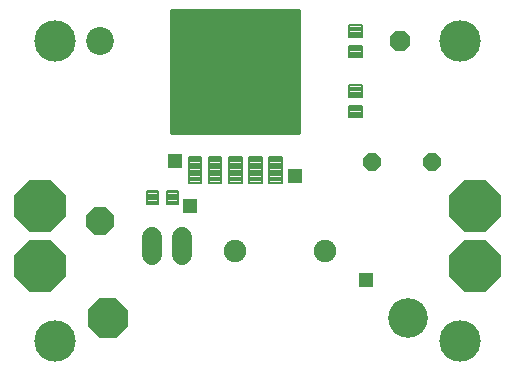
<source format=gts>
G75*
G70*
%OFA0B0*%
%FSLAX24Y24*%
%IPPOS*%
%LPD*%
%AMOC8*
5,1,8,0,0,1.08239X$1,22.5*
%
%ADD10C,0.0084*%
%ADD11C,0.0080*%
%ADD12C,0.0081*%
%ADD13C,0.0749*%
%ADD14C,0.0930*%
%ADD15OC8,0.0930*%
%ADD16OC8,0.0600*%
%ADD17C,0.1320*%
%ADD18OC8,0.1320*%
%ADD19C,0.0680*%
%ADD20OC8,0.1720*%
%ADD21OC8,0.0680*%
%ADD22C,0.1380*%
%ADD23R,0.0476X0.0476*%
D10*
X005678Y009128D02*
X009926Y009128D01*
X005678Y009128D02*
X005678Y013222D01*
X009926Y013222D01*
X009926Y009128D01*
X009926Y009211D02*
X005678Y009211D01*
X005678Y009294D02*
X009926Y009294D01*
X009926Y009377D02*
X005678Y009377D01*
X005678Y009460D02*
X009926Y009460D01*
X009926Y009543D02*
X005678Y009543D01*
X005678Y009626D02*
X009926Y009626D01*
X009926Y009709D02*
X005678Y009709D01*
X005678Y009792D02*
X009926Y009792D01*
X009926Y009875D02*
X005678Y009875D01*
X005678Y009958D02*
X009926Y009958D01*
X009926Y010041D02*
X005678Y010041D01*
X005678Y010124D02*
X009926Y010124D01*
X009926Y010207D02*
X005678Y010207D01*
X005678Y010290D02*
X009926Y010290D01*
X009926Y010373D02*
X005678Y010373D01*
X005678Y010456D02*
X009926Y010456D01*
X009926Y010539D02*
X005678Y010539D01*
X005678Y010622D02*
X009926Y010622D01*
X009926Y010705D02*
X005678Y010705D01*
X005678Y010788D02*
X009926Y010788D01*
X009926Y010871D02*
X005678Y010871D01*
X005678Y010954D02*
X009926Y010954D01*
X009926Y011037D02*
X005678Y011037D01*
X005678Y011120D02*
X009926Y011120D01*
X009926Y011203D02*
X005678Y011203D01*
X005678Y011286D02*
X009926Y011286D01*
X009926Y011369D02*
X005678Y011369D01*
X005678Y011452D02*
X009926Y011452D01*
X009926Y011535D02*
X005678Y011535D01*
X005678Y011618D02*
X009926Y011618D01*
X009926Y011701D02*
X005678Y011701D01*
X005678Y011784D02*
X009926Y011784D01*
X009926Y011867D02*
X005678Y011867D01*
X005678Y011950D02*
X009926Y011950D01*
X009926Y012033D02*
X005678Y012033D01*
X005678Y012116D02*
X009926Y012116D01*
X009926Y012199D02*
X005678Y012199D01*
X005678Y012282D02*
X009926Y012282D01*
X009926Y012365D02*
X005678Y012365D01*
X005678Y012448D02*
X009926Y012448D01*
X009926Y012531D02*
X005678Y012531D01*
X005678Y012614D02*
X009926Y012614D01*
X009926Y012697D02*
X005678Y012697D01*
X005678Y012780D02*
X009926Y012780D01*
X009926Y012863D02*
X005678Y012863D01*
X005678Y012946D02*
X009926Y012946D01*
X009926Y013029D02*
X005678Y013029D01*
X005678Y013112D02*
X009926Y013112D01*
X009926Y013195D02*
X005678Y013195D01*
D11*
X006252Y007470D02*
X006672Y007470D01*
X006252Y007470D02*
X006252Y008320D01*
X006672Y008320D01*
X006672Y007470D01*
X006672Y007549D02*
X006252Y007549D01*
X006252Y007628D02*
X006672Y007628D01*
X006672Y007707D02*
X006252Y007707D01*
X006252Y007786D02*
X006672Y007786D01*
X006672Y007865D02*
X006252Y007865D01*
X006252Y007944D02*
X006672Y007944D01*
X006672Y008023D02*
X006252Y008023D01*
X006252Y008102D02*
X006672Y008102D01*
X006672Y008181D02*
X006252Y008181D01*
X006252Y008260D02*
X006672Y008260D01*
X006922Y007470D02*
X007342Y007470D01*
X006922Y007470D02*
X006922Y008320D01*
X007342Y008320D01*
X007342Y007470D01*
X007342Y007549D02*
X006922Y007549D01*
X006922Y007628D02*
X007342Y007628D01*
X007342Y007707D02*
X006922Y007707D01*
X006922Y007786D02*
X007342Y007786D01*
X007342Y007865D02*
X006922Y007865D01*
X006922Y007944D02*
X007342Y007944D01*
X007342Y008023D02*
X006922Y008023D01*
X006922Y008102D02*
X007342Y008102D01*
X007342Y008181D02*
X006922Y008181D01*
X006922Y008260D02*
X007342Y008260D01*
X007592Y007470D02*
X008012Y007470D01*
X007592Y007470D02*
X007592Y008320D01*
X008012Y008320D01*
X008012Y007470D01*
X008012Y007549D02*
X007592Y007549D01*
X007592Y007628D02*
X008012Y007628D01*
X008012Y007707D02*
X007592Y007707D01*
X007592Y007786D02*
X008012Y007786D01*
X008012Y007865D02*
X007592Y007865D01*
X007592Y007944D02*
X008012Y007944D01*
X008012Y008023D02*
X007592Y008023D01*
X007592Y008102D02*
X008012Y008102D01*
X008012Y008181D02*
X007592Y008181D01*
X007592Y008260D02*
X008012Y008260D01*
X008262Y007470D02*
X008682Y007470D01*
X008262Y007470D02*
X008262Y008320D01*
X008682Y008320D01*
X008682Y007470D01*
X008682Y007549D02*
X008262Y007549D01*
X008262Y007628D02*
X008682Y007628D01*
X008682Y007707D02*
X008262Y007707D01*
X008262Y007786D02*
X008682Y007786D01*
X008682Y007865D02*
X008262Y007865D01*
X008262Y007944D02*
X008682Y007944D01*
X008682Y008023D02*
X008262Y008023D01*
X008262Y008102D02*
X008682Y008102D01*
X008682Y008181D02*
X008262Y008181D01*
X008262Y008260D02*
X008682Y008260D01*
X008932Y007470D02*
X009352Y007470D01*
X008932Y007470D02*
X008932Y008320D01*
X009352Y008320D01*
X009352Y007470D01*
X009352Y007549D02*
X008932Y007549D01*
X008932Y007628D02*
X009352Y007628D01*
X009352Y007707D02*
X008932Y007707D01*
X008932Y007786D02*
X009352Y007786D01*
X009352Y007865D02*
X008932Y007865D01*
X008932Y007944D02*
X009352Y007944D01*
X009352Y008023D02*
X008932Y008023D01*
X008932Y008102D02*
X009352Y008102D01*
X009352Y008181D02*
X008932Y008181D01*
X008932Y008260D02*
X009352Y008260D01*
D12*
X012018Y009644D02*
X012018Y010038D01*
X012018Y009644D02*
X011586Y009644D01*
X011586Y010038D01*
X012018Y010038D01*
X012018Y009724D02*
X011586Y009724D01*
X011586Y009804D02*
X012018Y009804D01*
X012018Y009884D02*
X011586Y009884D01*
X011586Y009964D02*
X012018Y009964D01*
X012018Y010313D02*
X012018Y010707D01*
X012018Y010313D02*
X011586Y010313D01*
X011586Y010707D01*
X012018Y010707D01*
X012018Y010393D02*
X011586Y010393D01*
X011586Y010473D02*
X012018Y010473D01*
X012018Y010553D02*
X011586Y010553D01*
X011586Y010633D02*
X012018Y010633D01*
X011586Y011644D02*
X011586Y012038D01*
X012018Y012038D01*
X012018Y011644D01*
X011586Y011644D01*
X011586Y011724D02*
X012018Y011724D01*
X012018Y011804D02*
X011586Y011804D01*
X011586Y011884D02*
X012018Y011884D01*
X012018Y011964D02*
X011586Y011964D01*
X011586Y012313D02*
X011586Y012707D01*
X012018Y012707D01*
X012018Y012313D01*
X011586Y012313D01*
X011586Y012393D02*
X012018Y012393D01*
X012018Y012473D02*
X011586Y012473D01*
X011586Y012553D02*
X012018Y012553D01*
X012018Y012633D02*
X011586Y012633D01*
X005909Y007179D02*
X005515Y007179D01*
X005909Y007179D02*
X005909Y006747D01*
X005515Y006747D01*
X005515Y007179D01*
X005515Y006827D02*
X005909Y006827D01*
X005909Y006907D02*
X005515Y006907D01*
X005515Y006987D02*
X005909Y006987D01*
X005909Y007067D02*
X005515Y007067D01*
X005515Y007147D02*
X005909Y007147D01*
X005240Y007179D02*
X004846Y007179D01*
X005240Y007179D02*
X005240Y006747D01*
X004846Y006747D01*
X004846Y007179D01*
X004846Y006827D02*
X005240Y006827D01*
X005240Y006907D02*
X004846Y006907D01*
X004846Y006987D02*
X005240Y006987D01*
X005240Y007067D02*
X004846Y007067D01*
X004846Y007147D02*
X005240Y007147D01*
D13*
X007802Y005175D03*
X010802Y005175D03*
D14*
X003302Y012175D03*
D15*
X003302Y006175D03*
D16*
X012377Y008156D03*
X014377Y008156D03*
D17*
X013559Y002951D03*
D18*
X003559Y002951D03*
D19*
X005015Y005056D02*
X005015Y005656D01*
X006015Y005656D02*
X006015Y005056D01*
D20*
X001302Y004675D03*
X001302Y006675D03*
X015802Y006675D03*
X015802Y004675D03*
D21*
X013302Y012175D03*
D22*
X001802Y002175D03*
X001802Y012175D03*
X015302Y012175D03*
X015302Y002175D03*
D23*
X012152Y004225D03*
X009802Y007675D03*
X006302Y006675D03*
X005802Y008175D03*
M02*

</source>
